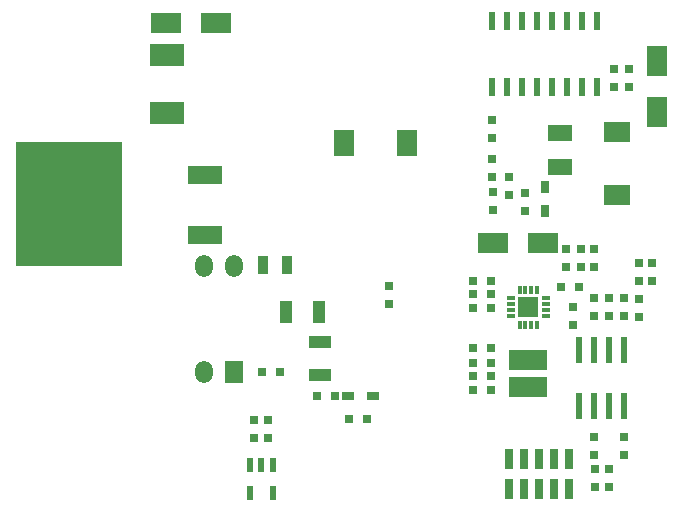
<source format=gbp>
G04*
G04 #@! TF.GenerationSoftware,Altium Limited,Altium Designer,19.0.14 (431)*
G04*
G04 Layer_Color=128*
%FSLAX25Y25*%
%MOIN*%
G70*
G01*
G75*
%ADD23R,0.03000X0.03000*%
%ADD25R,0.03000X0.03000*%
%ADD27R,0.02362X0.04528*%
%ADD75R,0.07874X0.05709*%
%ADD76R,0.05906X0.07480*%
%ADD77O,0.05906X0.07480*%
%ADD78R,0.06693X0.06693*%
%ADD79R,0.01181X0.02559*%
%ADD80R,0.02559X0.01181*%
%ADD81R,0.10433X0.06890*%
%ADD82R,0.02362X0.08661*%
%ADD83R,0.13000X0.07087*%
%ADD84R,0.02992X0.07008*%
%ADD85R,0.03937X0.02559*%
%ADD86R,0.04000X0.07500*%
%ADD87R,0.07500X0.04000*%
%ADD88R,0.03543X0.06000*%
%ADD89R,0.02362X0.05906*%
%ADD90R,0.06693X0.08661*%
%ADD91R,0.11811X0.07717*%
%ADD92R,0.35433X0.41339*%
%ADD93R,0.11811X0.05906*%
%ADD94R,0.06890X0.10433*%
%ADD95R,0.08661X0.06693*%
%ADD96R,0.02559X0.03937*%
D23*
X211300Y86500D02*
D03*
Y92500D02*
D03*
X162485Y134110D02*
D03*
Y140110D02*
D03*
X187000Y97048D02*
D03*
Y91048D02*
D03*
X211250Y80500D02*
D03*
Y74500D02*
D03*
X206500Y28452D02*
D03*
Y34452D02*
D03*
X196500Y28500D02*
D03*
Y34500D02*
D03*
X196548Y23548D02*
D03*
Y17548D02*
D03*
X201500Y23548D02*
D03*
Y17548D02*
D03*
X110000Y48054D02*
D03*
X104000D02*
D03*
X128000Y78855D02*
D03*
Y84855D02*
D03*
X201500Y80548D02*
D03*
Y74548D02*
D03*
X173452Y109610D02*
D03*
Y115610D02*
D03*
X168000Y121048D02*
D03*
Y115048D02*
D03*
X155888Y50000D02*
D03*
X161888D02*
D03*
X155888Y59000D02*
D03*
X161888D02*
D03*
X155888Y77500D02*
D03*
X161888D02*
D03*
X155888Y86500D02*
D03*
X161888D02*
D03*
X155888Y82000D02*
D03*
X161888D02*
D03*
X155888Y54596D02*
D03*
X161888D02*
D03*
X196388Y80548D02*
D03*
Y74548D02*
D03*
D25*
X215700Y92500D02*
D03*
Y86500D02*
D03*
X206500Y74594D02*
D03*
Y80594D02*
D03*
X120548Y40500D02*
D03*
X114548D02*
D03*
X91548Y56000D02*
D03*
X85548D02*
D03*
X87685Y40185D02*
D03*
Y34185D02*
D03*
X83185Y40185D02*
D03*
Y34185D02*
D03*
X162534Y116000D02*
D03*
Y110000D02*
D03*
X162485Y121158D02*
D03*
Y127157D02*
D03*
X208000Y151000D02*
D03*
Y157000D02*
D03*
X196500Y97000D02*
D03*
Y91000D02*
D03*
X192000D02*
D03*
Y97000D02*
D03*
X203027Y157016D02*
D03*
Y151015D02*
D03*
X155888Y64000D02*
D03*
X161888D02*
D03*
X189500Y71595D02*
D03*
Y77595D02*
D03*
X185198Y84500D02*
D03*
X191198D02*
D03*
D27*
X81760Y24941D02*
D03*
X85500D02*
D03*
X89240D02*
D03*
Y15689D02*
D03*
X81760D02*
D03*
D75*
X185000Y124193D02*
D03*
Y135807D02*
D03*
D76*
X76500Y56067D02*
D03*
D77*
X66500D02*
D03*
X76500Y91500D02*
D03*
X66500D02*
D03*
D78*
X174500Y77595D02*
D03*
D79*
X171547Y71689D02*
D03*
X173516D02*
D03*
X175485D02*
D03*
X177453D02*
D03*
X171547Y83500D02*
D03*
X173516D02*
D03*
X175485D02*
D03*
X177453D02*
D03*
D80*
X180406Y74642D02*
D03*
Y76610D02*
D03*
Y78579D02*
D03*
Y80547D02*
D03*
X168595D02*
D03*
Y78579D02*
D03*
Y76610D02*
D03*
Y74642D02*
D03*
D81*
X162534Y99000D02*
D03*
X179466D02*
D03*
X70466Y172500D02*
D03*
X53534D02*
D03*
D82*
X206500Y44551D02*
D03*
X201500D02*
D03*
X196500D02*
D03*
X191500D02*
D03*
X206500Y63449D02*
D03*
X201500D02*
D03*
X196500D02*
D03*
X191500D02*
D03*
D83*
X174400Y60100D02*
D03*
Y50900D02*
D03*
D84*
X188000Y17000D02*
D03*
Y27000D02*
D03*
X183000Y17000D02*
D03*
Y27000D02*
D03*
X178000Y17000D02*
D03*
Y27000D02*
D03*
X173000Y17000D02*
D03*
Y27000D02*
D03*
X168000Y17000D02*
D03*
Y27000D02*
D03*
D85*
X114396Y48000D02*
D03*
X122604D02*
D03*
D86*
X104840Y75950D02*
D03*
X93840D02*
D03*
D87*
X104950Y54900D02*
D03*
Y65900D02*
D03*
D88*
X86095Y91583D02*
D03*
X94095D02*
D03*
D89*
X197485Y151102D02*
D03*
X192484D02*
D03*
X187485D02*
D03*
X182484D02*
D03*
X177485D02*
D03*
X172485D02*
D03*
X167484D02*
D03*
X162485D02*
D03*
X197485Y172953D02*
D03*
X192484D02*
D03*
X187485D02*
D03*
X182484D02*
D03*
X177485D02*
D03*
X172485D02*
D03*
X167484D02*
D03*
X162485D02*
D03*
D90*
X113067Y132500D02*
D03*
X133933D02*
D03*
D91*
X54000Y142460D02*
D03*
Y161791D02*
D03*
D92*
X21500Y112000D02*
D03*
D93*
X66776Y101842D02*
D03*
D03*
Y121843D02*
D03*
D94*
X217500Y142636D02*
D03*
Y159568D02*
D03*
D95*
X204000Y135933D02*
D03*
Y115067D02*
D03*
D96*
X180000Y109553D02*
D03*
Y117762D02*
D03*
M02*

</source>
